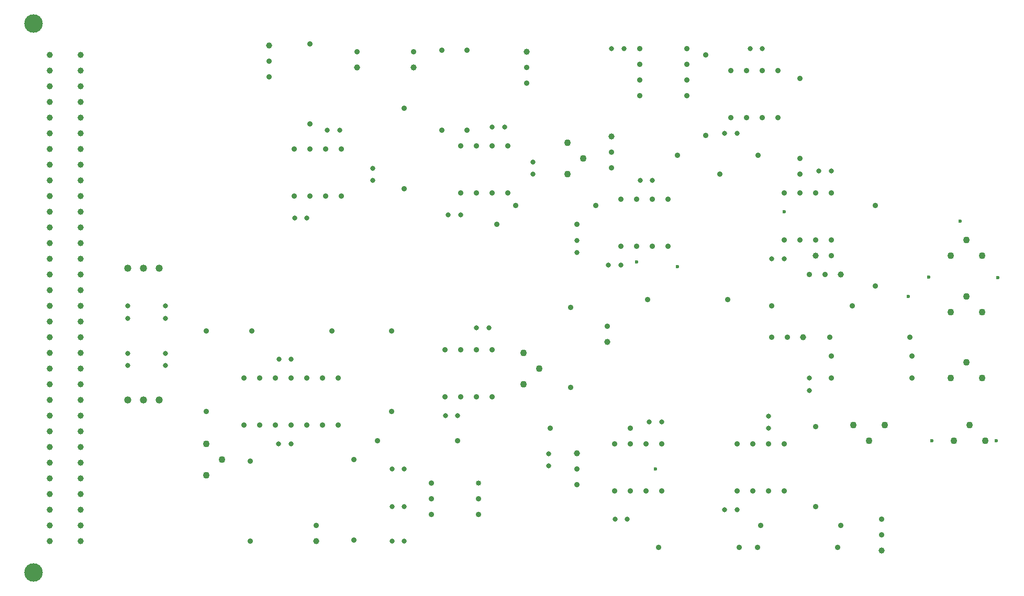
<source format=gbr>
G04 Generated by Ultiboard 10.0 *
%FSLAX25Y25*%
%MOIN*%

%ADD11C,0.02362*%
%ADD16C,0.03150*%
%ADD17C,0.03543*%
%ADD15C,0.04333*%
%ADD13C,0.03500*%
%ADD18C,0.03917*%
%ADD44C,0.03333*%
%ADD20C,0.03937*%
%ADD12C,0.11811*%
%ADD19C,0.04667*%


G04 ColorRGB 000000 for the following layer *
%LNBohrung-Copper Top-Copper Bottom*%
%LPD*%
%FSLAX25Y25*%
%MOIN*%
G54D11*
X-140000Y252000D03*
X-5000Y106000D03*
X-46000Y106000D03*
X-61000Y198000D03*
X-28000Y246000D03*
X-4000Y210000D03*
X-48000Y210500D03*
X-222000Y88000D03*
X-208000Y217000D03*
X-234000Y220000D03*
X-356000Y122063D03*
X-431000Y303957D03*
G54D16*
X-348000Y122000D03*
X-355874Y122000D03*
X-247874Y56000D03*
X-240000Y56000D03*
X-250000Y356000D03*
X-242126Y356000D03*
X-252000Y218000D03*
X-244126Y218000D03*
X-124000Y138126D03*
X-124000Y146000D03*
X-218126Y118000D03*
X-226000Y118000D03*
X-150000Y121874D03*
X-150000Y114000D03*
X-170126Y62000D03*
X-178000Y62000D03*
X-140126Y222000D03*
X-148000Y222000D03*
X-110126Y278000D03*
X-118000Y278000D03*
X-170126Y302000D03*
X-178000Y302000D03*
X-154000Y356000D03*
X-161874Y356000D03*
X-231874Y272000D03*
X-224000Y272000D03*
X-346126Y250000D03*
X-354000Y250000D03*
X-444000Y248000D03*
X-451874Y248000D03*
X-389874Y42000D03*
X-382000Y42000D03*
X-382000Y88000D03*
X-389874Y88000D03*
X-382000Y64000D03*
X-389874Y64000D03*
X-290000Y90000D03*
X-290000Y97874D03*
X-272000Y233874D03*
X-272000Y226000D03*
X-328126Y178000D03*
X-336000Y178000D03*
X-454126Y104000D03*
X-462000Y104000D03*
X-461874Y158000D03*
X-454000Y158000D03*
X-318126Y306000D03*
X-326000Y306000D03*
X-300000Y283874D03*
X-300000Y276000D03*
X-402000Y279874D03*
X-402000Y272000D03*
X-423213Y304000D03*
X-431087Y304000D03*
X-558000Y154000D03*
X-558000Y161874D03*
X-558000Y184126D03*
X-558000Y192000D03*
X-534000Y184126D03*
X-534000Y192000D03*
X-534000Y154000D03*
X-534000Y161874D03*
G54D17*
X-508000Y124819D03*
X-508000Y176000D03*
X-238000Y114000D03*
X-289181Y114000D03*
X-82000Y204819D03*
X-82000Y256000D03*
X-104000Y52000D03*
X-155181Y52000D03*
X-106000Y38000D03*
X-157181Y38000D03*
X-96819Y192000D03*
X-148000Y192000D03*
X-120000Y64000D03*
X-120000Y115181D03*
X-58819Y146000D03*
X-110000Y146000D03*
X-58819Y160000D03*
X-110000Y160000D03*
X-60000Y172000D03*
X-111181Y172000D03*
X-168819Y38000D03*
X-220000Y38000D03*
X-176000Y196000D03*
X-227181Y196000D03*
X-130000Y286000D03*
X-130000Y337181D03*
X-156819Y288000D03*
X-208000Y288000D03*
X-190000Y300819D03*
X-190000Y352000D03*
X-130000Y276000D03*
X-181181Y276000D03*
X-260000Y256000D03*
X-311181Y256000D03*
X-348000Y106000D03*
X-399181Y106000D03*
X-272000Y244000D03*
X-323181Y244000D03*
X-276000Y191181D03*
X-276000Y140000D03*
X-390000Y124819D03*
X-390000Y176000D03*
X-414000Y42819D03*
X-414000Y94000D03*
X-480000Y42000D03*
X-480000Y93181D03*
X-428000Y176000D03*
X-479181Y176000D03*
X-382000Y318000D03*
X-382000Y266819D03*
X-342000Y304000D03*
X-342000Y355181D03*
X-358000Y304000D03*
X-358000Y355181D03*
X-442000Y308000D03*
X-442000Y359181D03*
G54D15*
X-508000Y84000D03*
X-508000Y104000D03*
X-498000Y94000D03*
X-96000Y116000D03*
X-76000Y116000D03*
X-86000Y106000D03*
X-32000Y106000D03*
X-12000Y106000D03*
X-22000Y116000D03*
X-34000Y188000D03*
X-14000Y188000D03*
X-24000Y198000D03*
X-34000Y146000D03*
X-24000Y156000D03*
X-14000Y146000D03*
X-34000Y224000D03*
X-14000Y224000D03*
X-24000Y234000D03*
X-306000Y162000D03*
X-296000Y152000D03*
X-306000Y142000D03*
X-268000Y286000D03*
X-278000Y276000D03*
X-278000Y296000D03*
G54D13*
X-218000Y74000D03*
X-218000Y104000D03*
X-238000Y74000D03*
X-228000Y74000D03*
X-248000Y74000D03*
X-238000Y104000D03*
X-228000Y104000D03*
X-248000Y104000D03*
X-252916Y179084D03*
X-250000Y280000D03*
X-250000Y290000D03*
X-214000Y230000D03*
X-234000Y230000D03*
X-224000Y230000D03*
X-244000Y230000D03*
X-214000Y260000D03*
X-234000Y260000D03*
X-224000Y260000D03*
X-244000Y260000D03*
X-110000Y234000D03*
X-120000Y234000D03*
X-140000Y234000D03*
X-130000Y234000D03*
X-110000Y264000D03*
X-120000Y264000D03*
X-140000Y264000D03*
X-130000Y264000D03*
X-110000Y224000D03*
X-138000Y172000D03*
X-148000Y172000D03*
X-124000Y212000D03*
X-114000Y212000D03*
X-78000Y56000D03*
X-78000Y46000D03*
X-160000Y74000D03*
X-160000Y104000D03*
X-140000Y74000D03*
X-150000Y74000D03*
X-140000Y104000D03*
X-150000Y104000D03*
X-170000Y74000D03*
X-170000Y104000D03*
X-144000Y312000D03*
X-154000Y312000D03*
X-174000Y312000D03*
X-164000Y312000D03*
X-144000Y342000D03*
X-154000Y342000D03*
X-174000Y342000D03*
X-164000Y342000D03*
X-202000Y346000D03*
X-202000Y326000D03*
X-202000Y336000D03*
X-202000Y356000D03*
X-232000Y346000D03*
X-232000Y326000D03*
X-232000Y336000D03*
X-232000Y356000D03*
X-346000Y164000D03*
X-346000Y134000D03*
X-326000Y134000D03*
X-336000Y134000D03*
X-326000Y164000D03*
X-336000Y164000D03*
X-356000Y134000D03*
X-356000Y164000D03*
X-272000Y78000D03*
X-272000Y88000D03*
X-334807Y59193D03*
X-364807Y59193D03*
X-334807Y69193D03*
X-364807Y79193D03*
X-364807Y69193D03*
X-444000Y116000D03*
X-424000Y116000D03*
X-434000Y116000D03*
X-474000Y116000D03*
X-454000Y116000D03*
X-464000Y116000D03*
X-484000Y116000D03*
X-444000Y146000D03*
X-424000Y146000D03*
X-434000Y146000D03*
X-474000Y146000D03*
X-454000Y146000D03*
X-464000Y146000D03*
X-484000Y146000D03*
X-438000Y52000D03*
X-376000Y354000D03*
X-316000Y264000D03*
X-316000Y294000D03*
X-346000Y264000D03*
X-346000Y294000D03*
X-326000Y264000D03*
X-336000Y264000D03*
X-326000Y294000D03*
X-336000Y294000D03*
X-304000Y344000D03*
X-304000Y334000D03*
X-442000Y262000D03*
X-442000Y292000D03*
X-422000Y262000D03*
X-432000Y262000D03*
X-422000Y292000D03*
X-432000Y292000D03*
X-452000Y262000D03*
X-452000Y292000D03*
X-412000Y354000D03*
X-468000Y347989D03*
X-468000Y337989D03*
G54D18*
X-252916Y169084D03*
X-250000Y300000D03*
X-120000Y224000D03*
X-128000Y172000D03*
X-104000Y212000D03*
X-78000Y36000D03*
X-272000Y98000D03*
X-438000Y42000D03*
X-376000Y344000D03*
X-304000Y354000D03*
X-412000Y344000D03*
X-468000Y357989D03*
G54D44*
X-334807Y79193D03*
G54D20*
X-588000Y252000D03*
X-607685Y252000D03*
X-588000Y122000D03*
X-607685Y122000D03*
X-588000Y62000D03*
X-607685Y62000D03*
X-588000Y42000D03*
X-588000Y52000D03*
X-607685Y42000D03*
X-607685Y52000D03*
X-588000Y92000D03*
X-588000Y82000D03*
X-588000Y72000D03*
X-588000Y112000D03*
X-588000Y102000D03*
X-607685Y92000D03*
X-607685Y82000D03*
X-607685Y72000D03*
X-607685Y112000D03*
X-607685Y102000D03*
X-588000Y192000D03*
X-607685Y192000D03*
X-588000Y162000D03*
X-588000Y142000D03*
X-588000Y132000D03*
X-588000Y152000D03*
X-588000Y172000D03*
X-588000Y182000D03*
X-607685Y162000D03*
X-607685Y142000D03*
X-607685Y132000D03*
X-607685Y152000D03*
X-607685Y172000D03*
X-607685Y182000D03*
X-588000Y222000D03*
X-588000Y202000D03*
X-588000Y212000D03*
X-588000Y232000D03*
X-588000Y242000D03*
X-607685Y222000D03*
X-607685Y202000D03*
X-607685Y212000D03*
X-607685Y232000D03*
X-607685Y242000D03*
X-588000Y312000D03*
X-607685Y312000D03*
X-588000Y282000D03*
X-588000Y272000D03*
X-588000Y262000D03*
X-588000Y302000D03*
X-588000Y292000D03*
X-607685Y282000D03*
X-607685Y272000D03*
X-607685Y262000D03*
X-607685Y302000D03*
X-607685Y292000D03*
X-588000Y342000D03*
X-588000Y332000D03*
X-588000Y322000D03*
X-588000Y352000D03*
X-607685Y342000D03*
X-607685Y332000D03*
X-607685Y322000D03*
X-607685Y352000D03*
G54D12*
X-618000Y22000D03*
X-618000Y372000D03*
G54D19*
X-538000Y132000D03*
X-548000Y132000D03*
X-558000Y132000D03*
X-538000Y216000D03*
X-548000Y216000D03*
X-558000Y216000D03*

M00*

</source>
